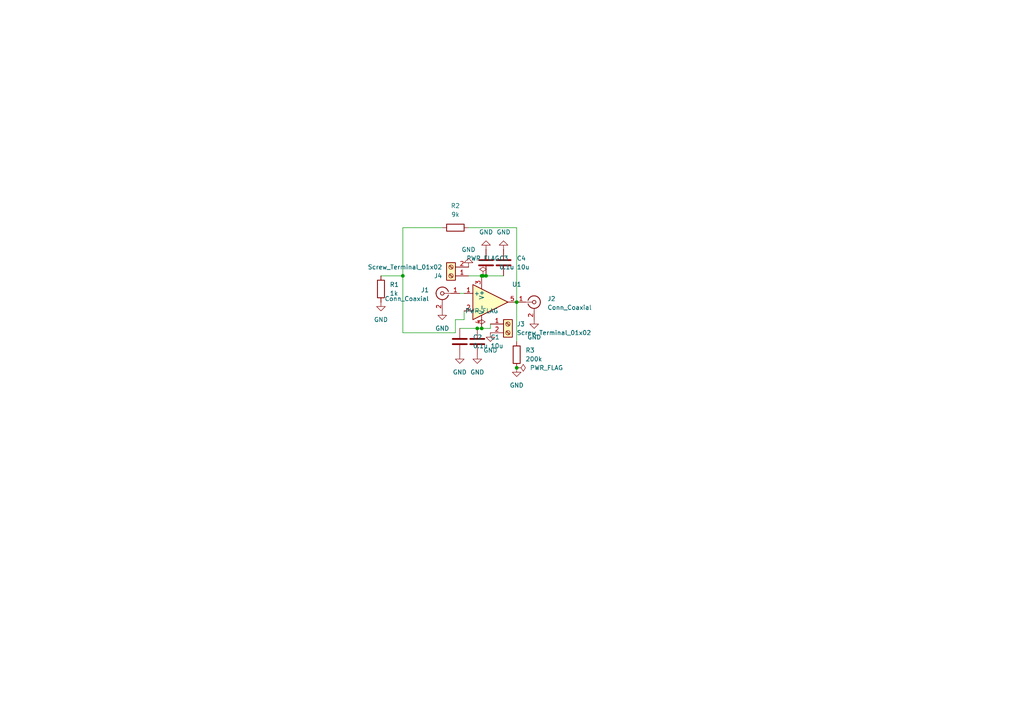
<source format=kicad_sch>
(kicad_sch
	(version 20250114)
	(generator "eeschema")
	(generator_version "9.0")
	(uuid "b3abd71d-b156-4997-a9a2-b04b5c9d27e6")
	(paper "A4")
	(lib_symbols
		(symbol "Connector:Conn_Coaxial"
			(pin_names
				(offset 1.016)
				(hide yes)
			)
			(exclude_from_sim no)
			(in_bom yes)
			(on_board yes)
			(property "Reference" "J"
				(at 0.254 3.048 0)
				(effects
					(font
						(size 1.27 1.27)
					)
				)
			)
			(property "Value" "Conn_Coaxial"
				(at 2.921 0 90)
				(effects
					(font
						(size 1.27 1.27)
					)
				)
			)
			(property "Footprint" ""
				(at 0 0 0)
				(effects
					(font
						(size 1.27 1.27)
					)
					(hide yes)
				)
			)
			(property "Datasheet" "~"
				(at 0 0 0)
				(effects
					(font
						(size 1.27 1.27)
					)
					(hide yes)
				)
			)
			(property "Description" "coaxial connector (BNC, SMA, SMB, SMC, Cinch/RCA, LEMO, ...)"
				(at 0 0 0)
				(effects
					(font
						(size 1.27 1.27)
					)
					(hide yes)
				)
			)
			(property "ki_keywords" "BNC SMA SMB SMC LEMO coaxial connector CINCH RCA MCX MMCX U.FL UMRF"
				(at 0 0 0)
				(effects
					(font
						(size 1.27 1.27)
					)
					(hide yes)
				)
			)
			(property "ki_fp_filters" "*BNC* *SMA* *SMB* *SMC* *Cinch* *LEMO* *UMRF* *MCX* *U.FL*"
				(at 0 0 0)
				(effects
					(font
						(size 1.27 1.27)
					)
					(hide yes)
				)
			)
			(symbol "Conn_Coaxial_0_1"
				(polyline
					(pts
						(xy -2.54 0) (xy -0.508 0)
					)
					(stroke
						(width 0)
						(type default)
					)
					(fill
						(type none)
					)
				)
				(arc
					(start 1.778 0)
					(mid 0.222 -1.8079)
					(end -1.778 -0.508)
					(stroke
						(width 0.254)
						(type default)
					)
					(fill
						(type none)
					)
				)
				(arc
					(start -1.778 0.508)
					(mid 0.2221 1.8084)
					(end 1.778 0)
					(stroke
						(width 0.254)
						(type default)
					)
					(fill
						(type none)
					)
				)
				(circle
					(center 0 0)
					(radius 0.508)
					(stroke
						(width 0.2032)
						(type default)
					)
					(fill
						(type none)
					)
				)
				(polyline
					(pts
						(xy 0 -2.54) (xy 0 -1.778)
					)
					(stroke
						(width 0)
						(type default)
					)
					(fill
						(type none)
					)
				)
			)
			(symbol "Conn_Coaxial_1_1"
				(pin passive line
					(at -5.08 0 0)
					(length 2.54)
					(name "In"
						(effects
							(font
								(size 1.27 1.27)
							)
						)
					)
					(number "1"
						(effects
							(font
								(size 1.27 1.27)
							)
						)
					)
				)
				(pin passive line
					(at 0 -5.08 90)
					(length 2.54)
					(name "Ext"
						(effects
							(font
								(size 1.27 1.27)
							)
						)
					)
					(number "2"
						(effects
							(font
								(size 1.27 1.27)
							)
						)
					)
				)
			)
			(embedded_fonts no)
		)
		(symbol "Connector:Screw_Terminal_01x02"
			(pin_names
				(offset 1.016)
				(hide yes)
			)
			(exclude_from_sim no)
			(in_bom yes)
			(on_board yes)
			(property "Reference" "J"
				(at 0 2.54 0)
				(effects
					(font
						(size 1.27 1.27)
					)
				)
			)
			(property "Value" "Screw_Terminal_01x02"
				(at 0 -5.08 0)
				(effects
					(font
						(size 1.27 1.27)
					)
				)
			)
			(property "Footprint" ""
				(at 0 0 0)
				(effects
					(font
						(size 1.27 1.27)
					)
					(hide yes)
				)
			)
			(property "Datasheet" "~"
				(at 0 0 0)
				(effects
					(font
						(size 1.27 1.27)
					)
					(hide yes)
				)
			)
			(property "Description" "Generic screw terminal, single row, 01x02, script generated (kicad-library-utils/schlib/autogen/connector/)"
				(at 0 0 0)
				(effects
					(font
						(size 1.27 1.27)
					)
					(hide yes)
				)
			)
			(property "ki_keywords" "screw terminal"
				(at 0 0 0)
				(effects
					(font
						(size 1.27 1.27)
					)
					(hide yes)
				)
			)
			(property "ki_fp_filters" "TerminalBlock*:*"
				(at 0 0 0)
				(effects
					(font
						(size 1.27 1.27)
					)
					(hide yes)
				)
			)
			(symbol "Screw_Terminal_01x02_1_1"
				(rectangle
					(start -1.27 1.27)
					(end 1.27 -3.81)
					(stroke
						(width 0.254)
						(type default)
					)
					(fill
						(type background)
					)
				)
				(polyline
					(pts
						(xy -0.5334 0.3302) (xy 0.3302 -0.508)
					)
					(stroke
						(width 0.1524)
						(type default)
					)
					(fill
						(type none)
					)
				)
				(polyline
					(pts
						(xy -0.5334 -2.2098) (xy 0.3302 -3.048)
					)
					(stroke
						(width 0.1524)
						(type default)
					)
					(fill
						(type none)
					)
				)
				(polyline
					(pts
						(xy -0.3556 0.508) (xy 0.508 -0.3302)
					)
					(stroke
						(width 0.1524)
						(type default)
					)
					(fill
						(type none)
					)
				)
				(polyline
					(pts
						(xy -0.3556 -2.032) (xy 0.508 -2.8702)
					)
					(stroke
						(width 0.1524)
						(type default)
					)
					(fill
						(type none)
					)
				)
				(circle
					(center 0 0)
					(radius 0.635)
					(stroke
						(width 0.1524)
						(type default)
					)
					(fill
						(type none)
					)
				)
				(circle
					(center 0 -2.54)
					(radius 0.635)
					(stroke
						(width 0.1524)
						(type default)
					)
					(fill
						(type none)
					)
				)
				(pin passive line
					(at -5.08 0 0)
					(length 3.81)
					(name "Pin_1"
						(effects
							(font
								(size 1.27 1.27)
							)
						)
					)
					(number "1"
						(effects
							(font
								(size 1.27 1.27)
							)
						)
					)
				)
				(pin passive line
					(at -5.08 -2.54 0)
					(length 3.81)
					(name "Pin_2"
						(effects
							(font
								(size 1.27 1.27)
							)
						)
					)
					(number "2"
						(effects
							(font
								(size 1.27 1.27)
							)
						)
					)
				)
			)
			(embedded_fonts no)
		)
		(symbol "Device:C"
			(pin_numbers
				(hide yes)
			)
			(pin_names
				(offset 0.254)
			)
			(exclude_from_sim no)
			(in_bom yes)
			(on_board yes)
			(property "Reference" "C"
				(at 0.635 2.54 0)
				(effects
					(font
						(size 1.27 1.27)
					)
					(justify left)
				)
			)
			(property "Value" "C"
				(at 0.635 -2.54 0)
				(effects
					(font
						(size 1.27 1.27)
					)
					(justify left)
				)
			)
			(property "Footprint" ""
				(at 0.9652 -3.81 0)
				(effects
					(font
						(size 1.27 1.27)
					)
					(hide yes)
				)
			)
			(property "Datasheet" "~"
				(at 0 0 0)
				(effects
					(font
						(size 1.27 1.27)
					)
					(hide yes)
				)
			)
			(property "Description" "Unpolarized capacitor"
				(at 0 0 0)
				(effects
					(font
						(size 1.27 1.27)
					)
					(hide yes)
				)
			)
			(property "ki_keywords" "cap capacitor"
				(at 0 0 0)
				(effects
					(font
						(size 1.27 1.27)
					)
					(hide yes)
				)
			)
			(property "ki_fp_filters" "C_*"
				(at 0 0 0)
				(effects
					(font
						(size 1.27 1.27)
					)
					(hide yes)
				)
			)
			(symbol "C_0_1"
				(polyline
					(pts
						(xy -2.032 0.762) (xy 2.032 0.762)
					)
					(stroke
						(width 0.508)
						(type default)
					)
					(fill
						(type none)
					)
				)
				(polyline
					(pts
						(xy -2.032 -0.762) (xy 2.032 -0.762)
					)
					(stroke
						(width 0.508)
						(type default)
					)
					(fill
						(type none)
					)
				)
			)
			(symbol "C_1_1"
				(pin passive line
					(at 0 3.81 270)
					(length 2.794)
					(name "~"
						(effects
							(font
								(size 1.27 1.27)
							)
						)
					)
					(number "1"
						(effects
							(font
								(size 1.27 1.27)
							)
						)
					)
				)
				(pin passive line
					(at 0 -3.81 90)
					(length 2.794)
					(name "~"
						(effects
							(font
								(size 1.27 1.27)
							)
						)
					)
					(number "2"
						(effects
							(font
								(size 1.27 1.27)
							)
						)
					)
				)
			)
			(embedded_fonts no)
		)
		(symbol "Device:R"
			(pin_numbers
				(hide yes)
			)
			(pin_names
				(offset 0)
			)
			(exclude_from_sim no)
			(in_bom yes)
			(on_board yes)
			(property "Reference" "R"
				(at 2.032 0 90)
				(effects
					(font
						(size 1.27 1.27)
					)
				)
			)
			(property "Value" "R"
				(at 0 0 90)
				(effects
					(font
						(size 1.27 1.27)
					)
				)
			)
			(property "Footprint" ""
				(at -1.778 0 90)
				(effects
					(font
						(size 1.27 1.27)
					)
					(hide yes)
				)
			)
			(property "Datasheet" "~"
				(at 0 0 0)
				(effects
					(font
						(size 1.27 1.27)
					)
					(hide yes)
				)
			)
			(property "Description" "Resistor"
				(at 0 0 0)
				(effects
					(font
						(size 1.27 1.27)
					)
					(hide yes)
				)
			)
			(property "ki_keywords" "R res resistor"
				(at 0 0 0)
				(effects
					(font
						(size 1.27 1.27)
					)
					(hide yes)
				)
			)
			(property "ki_fp_filters" "R_*"
				(at 0 0 0)
				(effects
					(font
						(size 1.27 1.27)
					)
					(hide yes)
				)
			)
			(symbol "R_0_1"
				(rectangle
					(start -1.016 -2.54)
					(end 1.016 2.54)
					(stroke
						(width 0.254)
						(type default)
					)
					(fill
						(type none)
					)
				)
			)
			(symbol "R_1_1"
				(pin passive line
					(at 0 3.81 270)
					(length 1.27)
					(name "~"
						(effects
							(font
								(size 1.27 1.27)
							)
						)
					)
					(number "1"
						(effects
							(font
								(size 1.27 1.27)
							)
						)
					)
				)
				(pin passive line
					(at 0 -3.81 90)
					(length 1.27)
					(name "~"
						(effects
							(font
								(size 1.27 1.27)
							)
						)
					)
					(number "2"
						(effects
							(font
								(size 1.27 1.27)
							)
						)
					)
				)
			)
			(embedded_fonts no)
		)
		(symbol "Simulation_SPICE:OPAMP"
			(pin_names
				(offset 0.254)
			)
			(exclude_from_sim no)
			(in_bom yes)
			(on_board yes)
			(property "Reference" "U"
				(at 3.81 3.175 0)
				(effects
					(font
						(size 1.27 1.27)
					)
					(justify left)
				)
			)
			(property "Value" "${SIM.PARAMS}"
				(at 3.81 -3.175 0)
				(effects
					(font
						(size 1.27 1.27)
					)
					(justify left)
				)
			)
			(property "Footprint" ""
				(at 0 0 0)
				(effects
					(font
						(size 1.27 1.27)
					)
					(hide yes)
				)
			)
			(property "Datasheet" "https://ngspice.sourceforge.io/docs/ngspice-html-manual/manual.xhtml#sec__SUBCKT_Subcircuits"
				(at 0 0 0)
				(effects
					(font
						(size 1.27 1.27)
					)
					(hide yes)
				)
			)
			(property "Description" "Operational amplifier, single"
				(at 0 0 0)
				(effects
					(font
						(size 1.27 1.27)
					)
					(hide yes)
				)
			)
			(property "Sim.Pins" "1=in+ 2=in- 3=vcc 4=vee 5=out"
				(at 0 0 0)
				(effects
					(font
						(size 1.27 1.27)
					)
					(hide yes)
				)
			)
			(property "Sim.Device" "SUBCKT"
				(at 0 0 0)
				(effects
					(font
						(size 1.27 1.27)
					)
					(justify left)
					(hide yes)
				)
			)
			(property "Sim.Library" "${KICAD9_SYMBOL_DIR}/Simulation_SPICE.sp"
				(at 0 0 0)
				(effects
					(font
						(size 1.27 1.27)
					)
					(hide yes)
				)
			)
			(property "Sim.Name" "kicad_builtin_opamp"
				(at 0 0 0)
				(effects
					(font
						(size 1.27 1.27)
					)
					(hide yes)
				)
			)
			(property "ki_keywords" "simulation"
				(at 0 0 0)
				(effects
					(font
						(size 1.27 1.27)
					)
					(hide yes)
				)
			)
			(symbol "OPAMP_0_1"
				(polyline
					(pts
						(xy 5.08 0) (xy -5.08 5.08) (xy -5.08 -5.08) (xy 5.08 0)
					)
					(stroke
						(width 0.254)
						(type default)
					)
					(fill
						(type background)
					)
				)
			)
			(symbol "OPAMP_1_1"
				(pin input line
					(at -7.62 2.54 0)
					(length 2.54)
					(name "+"
						(effects
							(font
								(size 1.27 1.27)
							)
						)
					)
					(number "1"
						(effects
							(font
								(size 1.27 1.27)
							)
						)
					)
				)
				(pin input line
					(at -7.62 -2.54 0)
					(length 2.54)
					(name "-"
						(effects
							(font
								(size 1.27 1.27)
							)
						)
					)
					(number "2"
						(effects
							(font
								(size 1.27 1.27)
							)
						)
					)
				)
				(pin power_in line
					(at -2.54 7.62 270)
					(length 3.81)
					(name "V+"
						(effects
							(font
								(size 1.27 1.27)
							)
						)
					)
					(number "3"
						(effects
							(font
								(size 1.27 1.27)
							)
						)
					)
				)
				(pin power_in line
					(at -2.54 -7.62 90)
					(length 3.81)
					(name "V-"
						(effects
							(font
								(size 1.27 1.27)
							)
						)
					)
					(number "4"
						(effects
							(font
								(size 1.27 1.27)
							)
						)
					)
				)
				(pin output line
					(at 7.62 0 180)
					(length 2.54)
					(name "~"
						(effects
							(font
								(size 1.27 1.27)
							)
						)
					)
					(number "5"
						(effects
							(font
								(size 1.27 1.27)
							)
						)
					)
				)
			)
			(embedded_fonts no)
		)
		(symbol "power:GND"
			(power)
			(pin_numbers
				(hide yes)
			)
			(pin_names
				(offset 0)
				(hide yes)
			)
			(exclude_from_sim no)
			(in_bom yes)
			(on_board yes)
			(property "Reference" "#PWR"
				(at 0 -6.35 0)
				(effects
					(font
						(size 1.27 1.27)
					)
					(hide yes)
				)
			)
			(property "Value" "GND"
				(at 0 -3.81 0)
				(effects
					(font
						(size 1.27 1.27)
					)
				)
			)
			(property "Footprint" ""
				(at 0 0 0)
				(effects
					(font
						(size 1.27 1.27)
					)
					(hide yes)
				)
			)
			(property "Datasheet" ""
				(at 0 0 0)
				(effects
					(font
						(size 1.27 1.27)
					)
					(hide yes)
				)
			)
			(property "Description" "Power symbol creates a global label with name \"GND\" , ground"
				(at 0 0 0)
				(effects
					(font
						(size 1.27 1.27)
					)
					(hide yes)
				)
			)
			(property "ki_keywords" "global power"
				(at 0 0 0)
				(effects
					(font
						(size 1.27 1.27)
					)
					(hide yes)
				)
			)
			(symbol "GND_0_1"
				(polyline
					(pts
						(xy 0 0) (xy 0 -1.27) (xy 1.27 -1.27) (xy 0 -2.54) (xy -1.27 -1.27) (xy 0 -1.27)
					)
					(stroke
						(width 0)
						(type default)
					)
					(fill
						(type none)
					)
				)
			)
			(symbol "GND_1_1"
				(pin power_in line
					(at 0 0 270)
					(length 0)
					(name "~"
						(effects
							(font
								(size 1.27 1.27)
							)
						)
					)
					(number "1"
						(effects
							(font
								(size 1.27 1.27)
							)
						)
					)
				)
			)
			(embedded_fonts no)
		)
		(symbol "power:PWR_FLAG"
			(power)
			(pin_numbers
				(hide yes)
			)
			(pin_names
				(offset 0)
				(hide yes)
			)
			(exclude_from_sim no)
			(in_bom yes)
			(on_board yes)
			(property "Reference" "#FLG"
				(at 0 1.905 0)
				(effects
					(font
						(size 1.27 1.27)
					)
					(hide yes)
				)
			)
			(property "Value" "PWR_FLAG"
				(at 0 3.81 0)
				(effects
					(font
						(size 1.27 1.27)
					)
				)
			)
			(property "Footprint" ""
				(at 0 0 0)
				(effects
					(font
						(size 1.27 1.27)
					)
					(hide yes)
				)
			)
			(property "Datasheet" "~"
				(at 0 0 0)
				(effects
					(font
						(size 1.27 1.27)
					)
					(hide yes)
				)
			)
			(property "Description" "Special symbol for telling ERC where power comes from"
				(at 0 0 0)
				(effects
					(font
						(size 1.27 1.27)
					)
					(hide yes)
				)
			)
			(property "ki_keywords" "flag power"
				(at 0 0 0)
				(effects
					(font
						(size 1.27 1.27)
					)
					(hide yes)
				)
			)
			(symbol "PWR_FLAG_0_0"
				(pin power_out line
					(at 0 0 90)
					(length 0)
					(name "~"
						(effects
							(font
								(size 1.27 1.27)
							)
						)
					)
					(number "1"
						(effects
							(font
								(size 1.27 1.27)
							)
						)
					)
				)
			)
			(symbol "PWR_FLAG_0_1"
				(polyline
					(pts
						(xy 0 0) (xy 0 1.27) (xy -1.016 1.905) (xy 0 2.54) (xy 1.016 1.905) (xy 0 1.27)
					)
					(stroke
						(width 0)
						(type default)
					)
					(fill
						(type none)
					)
				)
			)
			(embedded_fonts no)
		)
	)
	(junction
		(at 149.86 106.68)
		(diameter 0)
		(color 0 0 0 0)
		(uuid "0a13f273-29aa-435f-a79f-b473c0350ed3")
	)
	(junction
		(at 149.86 87.63)
		(diameter 0)
		(color 0 0 0 0)
		(uuid "0d5535cf-ec31-4e3c-beb8-6259833d3894")
	)
	(junction
		(at 139.7 95.25)
		(diameter 0)
		(color 0 0 0 0)
		(uuid "44c6091d-8f86-4d52-a9d0-91c26f0fc003")
	)
	(junction
		(at 116.84 80.01)
		(diameter 0)
		(color 0 0 0 0)
		(uuid "5f884b15-08c5-49b9-8eb3-858f62f4c6d0")
	)
	(junction
		(at 140.0961 80.01)
		(diameter 0)
		(color 0 0 0 0)
		(uuid "911192f5-c7cf-410f-8dc9-ac0d471197ed")
	)
	(junction
		(at 139.7 80.01)
		(diameter 0)
		(color 0 0 0 0)
		(uuid "9b268396-03fe-40f1-965d-0ce014b681d3")
	)
	(junction
		(at 140.97 80.01)
		(diameter 0)
		(color 0 0 0 0)
		(uuid "ea292d51-76ca-4ea8-8e29-a3a0d09d63b2")
	)
	(junction
		(at 138.43 95.25)
		(diameter 0)
		(color 0 0 0 0)
		(uuid "ec756a52-5855-4fe3-a58f-cec9f1fbf9fe")
	)
	(wire
		(pts
			(xy 149.86 87.63) (xy 149.86 99.06)
		)
		(stroke
			(width 0)
			(type default)
		)
		(uuid "32491e09-885e-4c78-88ad-2ddc7c46b791")
	)
	(wire
		(pts
			(xy 134.62 92.71) (xy 134.62 90.17)
		)
		(stroke
			(width 0)
			(type default)
		)
		(uuid "3ca7058b-295f-4a75-9bf7-db4815f071ce")
	)
	(wire
		(pts
			(xy 139.7 95.25) (xy 138.43 95.25)
		)
		(stroke
			(width 0)
			(type default)
		)
		(uuid "4461fb9e-0510-4747-81d1-d33972122111")
	)
	(wire
		(pts
			(xy 116.84 96.52) (xy 132.08 96.52)
		)
		(stroke
			(width 0)
			(type default)
		)
		(uuid "69092fa1-781d-4d26-a3f8-66ea6ff46dee")
	)
	(wire
		(pts
			(xy 142.24 95.25) (xy 142.24 93.98)
		)
		(stroke
			(width 0)
			(type default)
		)
		(uuid "6989a69c-d4f1-437a-8891-f8eb7ce194d1")
	)
	(wire
		(pts
			(xy 116.84 80.01) (xy 116.84 66.04)
		)
		(stroke
			(width 0)
			(type default)
		)
		(uuid "6ae0f7f1-0e8a-48a1-a93f-78b0e6554c02")
	)
	(wire
		(pts
			(xy 132.08 92.71) (xy 134.62 92.71)
		)
		(stroke
			(width 0)
			(type default)
		)
		(uuid "6b186f56-0e00-4052-a3dd-c672e4e1c6ac")
	)
	(wire
		(pts
			(xy 139.7 80.01) (xy 140.0961 80.01)
		)
		(stroke
			(width 0)
			(type default)
		)
		(uuid "736e3b34-047c-4158-aad3-1fa9bfdc308f")
	)
	(wire
		(pts
			(xy 140.0961 80.01) (xy 140.97 80.01)
		)
		(stroke
			(width 0)
			(type default)
		)
		(uuid "91560e09-fc3a-44be-88ed-b0364b7546df")
	)
	(wire
		(pts
			(xy 116.84 66.04) (xy 128.27 66.04)
		)
		(stroke
			(width 0)
			(type default)
		)
		(uuid "92036755-cb01-4a5c-a3f1-e3b5547943a2")
	)
	(wire
		(pts
			(xy 110.49 80.01) (xy 116.84 80.01)
		)
		(stroke
			(width 0)
			(type default)
		)
		(uuid "952af49e-7f7c-48b1-a609-7b9cfaf9379a")
	)
	(wire
		(pts
			(xy 140.97 80.01) (xy 146.05 80.01)
		)
		(stroke
			(width 0)
			(type default)
		)
		(uuid "9c18c2be-5f60-4108-be54-0d9504314843")
	)
	(wire
		(pts
			(xy 133.35 85.09) (xy 134.62 85.09)
		)
		(stroke
			(width 0)
			(type default)
		)
		(uuid "a072c0da-694c-47c8-a4a3-0e436cd0439e")
	)
	(wire
		(pts
			(xy 116.84 80.01) (xy 116.84 96.52)
		)
		(stroke
			(width 0)
			(type default)
		)
		(uuid "a21f5db8-a498-442b-b4fc-0f870b430364")
	)
	(wire
		(pts
			(xy 135.89 66.04) (xy 149.86 66.04)
		)
		(stroke
			(width 0)
			(type default)
		)
		(uuid "ab7d7da7-02dc-4fc1-9b20-661c11b5a764")
	)
	(wire
		(pts
			(xy 149.86 66.04) (xy 149.86 87.63)
		)
		(stroke
			(width 0)
			(type default)
		)
		(uuid "c42337bf-8025-49a1-88b8-f55967ebe18e")
	)
	(wire
		(pts
			(xy 135.89 80.01) (xy 139.7 80.01)
		)
		(stroke
			(width 0)
			(type default)
		)
		(uuid "cf5329f6-bcde-43e7-9cbe-8d41631d4868")
	)
	(wire
		(pts
			(xy 139.7 95.25) (xy 142.24 95.25)
		)
		(stroke
			(width 0)
			(type default)
		)
		(uuid "cf5e93e2-a34c-4f72-bb0f-1c7b61a11535")
	)
	(wire
		(pts
			(xy 133.35 95.25) (xy 138.43 95.25)
		)
		(stroke
			(width 0)
			(type default)
		)
		(uuid "dc36310d-8cb9-45a7-8077-d983c60b22b3")
	)
	(wire
		(pts
			(xy 132.08 96.52) (xy 132.08 92.71)
		)
		(stroke
			(width 0)
			(type default)
		)
		(uuid "ed7609a7-f128-4148-ae5f-7fa909c090c2")
	)
	(symbol
		(lib_id "power:GND")
		(at 154.94 92.71 0)
		(unit 1)
		(exclude_from_sim no)
		(in_bom yes)
		(on_board yes)
		(dnp no)
		(fields_autoplaced yes)
		(uuid "048b43ed-f526-4ab4-8686-7504841082d8")
		(property "Reference" "#PWR07"
			(at 154.94 99.06 0)
			(effects
				(font
					(size 1.27 1.27)
				)
				(hide yes)
			)
		)
		(property "Value" "GND"
			(at 154.94 97.79 0)
			(effects
				(font
					(size 1.27 1.27)
				)
			)
		)
		(property "Footprint" ""
			(at 154.94 92.71 0)
			(effects
				(font
					(size 1.27 1.27)
				)
				(hide yes)
			)
		)
		(property "Datasheet" ""
			(at 154.94 92.71 0)
			(effects
				(font
					(size 1.27 1.27)
				)
				(hide yes)
			)
		)
		(property "Description" "Power symbol creates a global label with name \"GND\" , ground"
			(at 154.94 92.71 0)
			(effects
				(font
					(size 1.27 1.27)
				)
				(hide yes)
			)
		)
		(pin "1"
			(uuid "45532e21-9af5-4374-9988-e8b179880457")
		)
		(instances
			(project "OpAMP"
				(path "/b3abd71d-b156-4997-a9a2-b04b5c9d27e6"
					(reference "#PWR07")
					(unit 1)
				)
			)
		)
	)
	(symbol
		(lib_id "power:GND")
		(at 110.49 87.63 0)
		(unit 1)
		(exclude_from_sim no)
		(in_bom yes)
		(on_board yes)
		(dnp no)
		(fields_autoplaced yes)
		(uuid "04e1f266-6e49-4cb9-ba0d-3d36e716bcd4")
		(property "Reference" "#PWR03"
			(at 110.49 93.98 0)
			(effects
				(font
					(size 1.27 1.27)
				)
				(hide yes)
			)
		)
		(property "Value" "GND"
			(at 110.49 92.71 0)
			(effects
				(font
					(size 1.27 1.27)
				)
			)
		)
		(property "Footprint" ""
			(at 110.49 87.63 0)
			(effects
				(font
					(size 1.27 1.27)
				)
				(hide yes)
			)
		)
		(property "Datasheet" ""
			(at 110.49 87.63 0)
			(effects
				(font
					(size 1.27 1.27)
				)
				(hide yes)
			)
		)
		(property "Description" "Power symbol creates a global label with name \"GND\" , ground"
			(at 110.49 87.63 0)
			(effects
				(font
					(size 1.27 1.27)
				)
				(hide yes)
			)
		)
		(pin "1"
			(uuid "1bc7df79-9370-4f7e-ab81-3cf5445fde8d")
		)
		(instances
			(project ""
				(path "/b3abd71d-b156-4997-a9a2-b04b5c9d27e6"
					(reference "#PWR03")
					(unit 1)
				)
			)
		)
	)
	(symbol
		(lib_id "Connector:Conn_Coaxial")
		(at 154.94 87.63 0)
		(unit 1)
		(exclude_from_sim no)
		(in_bom yes)
		(on_board yes)
		(dnp no)
		(fields_autoplaced yes)
		(uuid "0765f907-68e1-4c77-9a94-7c0deedd9e63")
		(property "Reference" "J2"
			(at 158.75 86.6531 0)
			(effects
				(font
					(size 1.27 1.27)
				)
				(justify left)
			)
		)
		(property "Value" "Conn_Coaxial"
			(at 158.75 89.1931 0)
			(effects
				(font
					(size 1.27 1.27)
				)
				(justify left)
			)
		)
		(property "Footprint" "Connector_Coaxial:SMA_Amphenol_132289_EdgeMount"
			(at 154.94 87.63 0)
			(effects
				(font
					(size 1.27 1.27)
				)
				(hide yes)
			)
		)
		(property "Datasheet" "~"
			(at 154.94 87.63 0)
			(effects
				(font
					(size 1.27 1.27)
				)
				(hide yes)
			)
		)
		(property "Description" "coaxial connector (BNC, SMA, SMB, SMC, Cinch/RCA, LEMO, ...)"
			(at 154.94 87.63 0)
			(effects
				(font
					(size 1.27 1.27)
				)
				(hide yes)
			)
		)
		(pin "2"
			(uuid "ec745cea-3c21-4b20-a76d-2796773e15a7")
		)
		(pin "1"
			(uuid "c987e589-486f-4194-8dea-35f20213d125")
		)
		(instances
			(project ""
				(path "/b3abd71d-b156-4997-a9a2-b04b5c9d27e6"
					(reference "J2")
					(unit 1)
				)
			)
		)
	)
	(symbol
		(lib_id "power:GND")
		(at 128.27 90.17 0)
		(unit 1)
		(exclude_from_sim no)
		(in_bom yes)
		(on_board yes)
		(dnp no)
		(fields_autoplaced yes)
		(uuid "08eadd2d-d75a-4b47-89e0-25d00fcc73ae")
		(property "Reference" "#PWR02"
			(at 128.27 96.52 0)
			(effects
				(font
					(size 1.27 1.27)
				)
				(hide yes)
			)
		)
		(property "Value" "GND"
			(at 128.27 95.25 0)
			(effects
				(font
					(size 1.27 1.27)
				)
			)
		)
		(property "Footprint" ""
			(at 128.27 90.17 0)
			(effects
				(font
					(size 1.27 1.27)
				)
				(hide yes)
			)
		)
		(property "Datasheet" ""
			(at 128.27 90.17 0)
			(effects
				(font
					(size 1.27 1.27)
				)
				(hide yes)
			)
		)
		(property "Description" "Power symbol creates a global label with name \"GND\" , ground"
			(at 128.27 90.17 0)
			(effects
				(font
					(size 1.27 1.27)
				)
				(hide yes)
			)
		)
		(pin "1"
			(uuid "21bfa6cd-a107-43ba-8d50-e3d3f339674b")
		)
		(instances
			(project ""
				(path "/b3abd71d-b156-4997-a9a2-b04b5c9d27e6"
					(reference "#PWR02")
					(unit 1)
				)
			)
		)
	)
	(symbol
		(lib_id "Device:R")
		(at 110.49 83.82 0)
		(unit 1)
		(exclude_from_sim no)
		(in_bom yes)
		(on_board yes)
		(dnp no)
		(fields_autoplaced yes)
		(uuid "0c56cff3-3c38-4f56-bfea-32ad868093d7")
		(property "Reference" "R1"
			(at 113.03 82.5499 0)
			(effects
				(font
					(size 1.27 1.27)
				)
				(justify left)
			)
		)
		(property "Value" "1k"
			(at 113.03 85.0899 0)
			(effects
				(font
					(size 1.27 1.27)
				)
				(justify left)
			)
		)
		(property "Footprint" "Resistor_SMD:R_0805_2012Metric"
			(at 108.712 83.82 90)
			(effects
				(font
					(size 1.27 1.27)
				)
				(hide yes)
			)
		)
		(property "Datasheet" "~"
			(at 110.49 83.82 0)
			(effects
				(font
					(size 1.27 1.27)
				)
				(hide yes)
			)
		)
		(property "Description" "Resistor"
			(at 110.49 83.82 0)
			(effects
				(font
					(size 1.27 1.27)
				)
				(hide yes)
			)
		)
		(pin "2"
			(uuid "5170b231-3d7a-4991-9fe9-4ed4578e479a")
		)
		(pin "1"
			(uuid "23b4816a-38b8-4f2c-948f-ed4065f3693e")
		)
		(instances
			(project ""
				(path "/b3abd71d-b156-4997-a9a2-b04b5c9d27e6"
					(reference "R1")
					(unit 1)
				)
			)
		)
	)
	(symbol
		(lib_id "power:GND")
		(at 133.35 102.87 0)
		(unit 1)
		(exclude_from_sim no)
		(in_bom yes)
		(on_board yes)
		(dnp no)
		(fields_autoplaced yes)
		(uuid "227db72f-3dee-44c0-b05e-8f787cbb1b8e")
		(property "Reference" "#PWR04"
			(at 133.35 109.22 0)
			(effects
				(font
					(size 1.27 1.27)
				)
				(hide yes)
			)
		)
		(property "Value" "GND"
			(at 133.35 107.95 0)
			(effects
				(font
					(size 1.27 1.27)
				)
			)
		)
		(property "Footprint" ""
			(at 133.35 102.87 0)
			(effects
				(font
					(size 1.27 1.27)
				)
				(hide yes)
			)
		)
		(property "Datasheet" ""
			(at 133.35 102.87 0)
			(effects
				(font
					(size 1.27 1.27)
				)
				(hide yes)
			)
		)
		(property "Description" "Power symbol creates a global label with name \"GND\" , ground"
			(at 133.35 102.87 0)
			(effects
				(font
					(size 1.27 1.27)
				)
				(hide yes)
			)
		)
		(pin "1"
			(uuid "7cbf1e56-5558-4783-8b79-1189c5fe2412")
		)
		(instances
			(project ""
				(path "/b3abd71d-b156-4997-a9a2-b04b5c9d27e6"
					(reference "#PWR04")
					(unit 1)
				)
			)
		)
	)
	(symbol
		(lib_id "Connector:Conn_Coaxial")
		(at 128.27 85.09 0)
		(mirror y)
		(unit 1)
		(exclude_from_sim no)
		(in_bom yes)
		(on_board yes)
		(dnp no)
		(uuid "241a9cd5-84f4-4afa-96c3-aaeff37a9fb1")
		(property "Reference" "J1"
			(at 124.46 84.1131 0)
			(effects
				(font
					(size 1.27 1.27)
				)
				(justify left)
			)
		)
		(property "Value" "Conn_Coaxial"
			(at 124.46 86.6531 0)
			(effects
				(font
					(size 1.27 1.27)
				)
				(justify left)
			)
		)
		(property "Footprint" "Connector_Coaxial:SMA_Amphenol_132289_EdgeMount"
			(at 128.27 85.09 0)
			(effects
				(font
					(size 1.27 1.27)
				)
				(hide yes)
			)
		)
		(property "Datasheet" "~"
			(at 128.27 85.09 0)
			(effects
				(font
					(size 1.27 1.27)
				)
				(hide yes)
			)
		)
		(property "Description" "coaxial connector (BNC, SMA, SMB, SMC, Cinch/RCA, LEMO, ...)"
			(at 128.27 85.09 0)
			(effects
				(font
					(size 1.27 1.27)
				)
				(hide yes)
			)
		)
		(pin "2"
			(uuid "dde8629f-92c6-4f7c-b3ee-4d86ce5fe786")
		)
		(pin "1"
			(uuid "ac83f137-559e-4dbb-b8c3-efd56e32419e")
		)
		(instances
			(project ""
				(path "/b3abd71d-b156-4997-a9a2-b04b5c9d27e6"
					(reference "J1")
					(unit 1)
				)
			)
		)
	)
	(symbol
		(lib_id "Device:C")
		(at 138.43 99.06 0)
		(unit 1)
		(exclude_from_sim no)
		(in_bom yes)
		(on_board yes)
		(dnp no)
		(fields_autoplaced yes)
		(uuid "36b3351f-0288-41ab-9c37-f2424c348f50")
		(property "Reference" "C1"
			(at 142.24 97.7899 0)
			(effects
				(font
					(size 1.27 1.27)
				)
				(justify left)
			)
		)
		(property "Value" "10u"
			(at 142.24 100.3299 0)
			(effects
				(font
					(size 1.27 1.27)
				)
				(justify left)
			)
		)
		(property "Footprint" "Capacitor_Tantalum_SMD:CP_EIA-3528-21_Kemet-B"
			(at 139.3952 102.87 0)
			(effects
				(font
					(size 1.27 1.27)
				)
				(hide yes)
			)
		)
		(property "Datasheet" "~"
			(at 138.43 99.06 0)
			(effects
				(font
					(size 1.27 1.27)
				)
				(hide yes)
			)
		)
		(property "Description" "Unpolarized capacitor"
			(at 138.43 99.06 0)
			(effects
				(font
					(size 1.27 1.27)
				)
				(hide yes)
			)
		)
		(pin "1"
			(uuid "c1d06c7e-8df9-4253-a515-c1efde461457")
		)
		(pin "2"
			(uuid "d1fb1a3b-a120-4563-8ced-8a4bff1dc360")
		)
		(instances
			(project ""
				(path "/b3abd71d-b156-4997-a9a2-b04b5c9d27e6"
					(reference "C1")
					(unit 1)
				)
			)
		)
	)
	(symbol
		(lib_id "power:PWR_FLAG")
		(at 139.7 95.25 0)
		(unit 1)
		(exclude_from_sim no)
		(in_bom yes)
		(on_board yes)
		(dnp no)
		(fields_autoplaced yes)
		(uuid "3af0e0db-415a-407b-a636-ba380f7e2d0f")
		(property "Reference" "#FLG04"
			(at 139.7 93.345 0)
			(effects
				(font
					(size 1.27 1.27)
				)
				(hide yes)
			)
		)
		(property "Value" "PWR_FLAG"
			(at 139.7 90.17 0)
			(effects
				(font
					(size 1.27 1.27)
				)
			)
		)
		(property "Footprint" ""
			(at 139.7 95.25 0)
			(effects
				(font
					(size 1.27 1.27)
				)
				(hide yes)
			)
		)
		(property "Datasheet" "~"
			(at 139.7 95.25 0)
			(effects
				(font
					(size 1.27 1.27)
				)
				(hide yes)
			)
		)
		(property "Description" "Special symbol for telling ERC where power comes from"
			(at 139.7 95.25 0)
			(effects
				(font
					(size 1.27 1.27)
				)
				(hide yes)
			)
		)
		(pin "1"
			(uuid "8b25bcfd-862b-4fec-96a4-071a5b550a33")
		)
		(instances
			(project "OpAMP"
				(path "/b3abd71d-b156-4997-a9a2-b04b5c9d27e6"
					(reference "#FLG04")
					(unit 1)
				)
			)
		)
	)
	(symbol
		(lib_id "power:PWR_FLAG")
		(at 149.86 106.68 270)
		(unit 1)
		(exclude_from_sim no)
		(in_bom yes)
		(on_board yes)
		(dnp no)
		(fields_autoplaced yes)
		(uuid "43e5f82a-87d1-4fbb-a318-8236e246c8d6")
		(property "Reference" "#FLG01"
			(at 151.765 106.68 0)
			(effects
				(font
					(size 1.27 1.27)
				)
				(hide yes)
			)
		)
		(property "Value" "PWR_FLAG"
			(at 153.67 106.6799 90)
			(effects
				(font
					(size 1.27 1.27)
				)
				(justify left)
			)
		)
		(property "Footprint" ""
			(at 149.86 106.68 0)
			(effects
				(font
					(size 1.27 1.27)
				)
				(hide yes)
			)
		)
		(property "Datasheet" "~"
			(at 149.86 106.68 0)
			(effects
				(font
					(size 1.27 1.27)
				)
				(hide yes)
			)
		)
		(property "Description" "Special symbol for telling ERC where power comes from"
			(at 149.86 106.68 0)
			(effects
				(font
					(size 1.27 1.27)
				)
				(hide yes)
			)
		)
		(pin "1"
			(uuid "d2dec0f7-9501-4522-a3e1-6268f761cc00")
		)
		(instances
			(project ""
				(path "/b3abd71d-b156-4997-a9a2-b04b5c9d27e6"
					(reference "#FLG01")
					(unit 1)
				)
			)
		)
	)
	(symbol
		(lib_id "Connector:Screw_Terminal_01x02")
		(at 130.81 80.01 180)
		(unit 1)
		(exclude_from_sim no)
		(in_bom yes)
		(on_board yes)
		(dnp no)
		(uuid "4a040b58-748a-43a8-a0f9-4c62ffb52028")
		(property "Reference" "J4"
			(at 128.27 80.0101 0)
			(effects
				(font
					(size 1.27 1.27)
				)
				(justify left)
			)
		)
		(property "Value" "Screw_Terminal_01x02"
			(at 128.27 77.4701 0)
			(effects
				(font
					(size 1.27 1.27)
				)
				(justify left)
			)
		)
		(property "Footprint" "TerminalBlock:TerminalBlock_MaiXu_MX126-5.0-03P_1x03_P5.00mm"
			(at 130.81 80.01 0)
			(effects
				(font
					(size 1.27 1.27)
				)
				(hide yes)
			)
		)
		(property "Datasheet" "~"
			(at 130.81 80.01 0)
			(effects
				(font
					(size 1.27 1.27)
				)
				(hide yes)
			)
		)
		(property "Description" "Generic screw terminal, single row, 01x02, script generated (kicad-library-utils/schlib/autogen/connector/)"
			(at 130.81 80.01 0)
			(effects
				(font
					(size 1.27 1.27)
				)
				(hide yes)
			)
		)
		(pin "1"
			(uuid "798872ab-78d1-463c-a644-263c4481f96b")
		)
		(pin "2"
			(uuid "69e1315f-1fae-43e8-b10a-caa23e23c5b1")
		)
		(instances
			(project "OpAMP"
				(path "/b3abd71d-b156-4997-a9a2-b04b5c9d27e6"
					(reference "J4")
					(unit 1)
				)
			)
		)
	)
	(symbol
		(lib_id "Device:R")
		(at 132.08 66.04 270)
		(unit 1)
		(exclude_from_sim no)
		(in_bom yes)
		(on_board yes)
		(dnp no)
		(fields_autoplaced yes)
		(uuid "61bf8466-0d75-4d47-9f03-f9dedb65e9aa")
		(property "Reference" "R2"
			(at 132.08 59.69 90)
			(effects
				(font
					(size 1.27 1.27)
				)
			)
		)
		(property "Value" "9k"
			(at 132.08 62.23 90)
			(effects
				(font
					(size 1.27 1.27)
				)
			)
		)
		(property "Footprint" "Resistor_SMD:R_0805_2012Metric"
			(at 132.08 64.262 90)
			(effects
				(font
					(size 1.27 1.27)
				)
				(hide yes)
			)
		)
		(property "Datasheet" "~"
			(at 132.08 66.04 0)
			(effects
				(font
					(size 1.27 1.27)
				)
				(hide yes)
			)
		)
		(property "Description" "Resistor"
			(at 132.08 66.04 0)
			(effects
				(font
					(size 1.27 1.27)
				)
				(hide yes)
			)
		)
		(pin "2"
			(uuid "56c8046f-89bc-4c39-ab8e-93239271036c")
		)
		(pin "1"
			(uuid "09ef02bb-6581-432a-b24d-c0626505beea")
		)
		(instances
			(project ""
				(path "/b3abd71d-b156-4997-a9a2-b04b5c9d27e6"
					(reference "R2")
					(unit 1)
				)
			)
		)
	)
	(symbol
		(lib_id "Device:C")
		(at 133.35 99.06 0)
		(unit 1)
		(exclude_from_sim no)
		(in_bom yes)
		(on_board yes)
		(dnp no)
		(fields_autoplaced yes)
		(uuid "64665d37-3f4b-44d6-b477-1fd12d891265")
		(property "Reference" "C2"
			(at 137.16 97.7899 0)
			(effects
				(font
					(size 1.27 1.27)
				)
				(justify left)
			)
		)
		(property "Value" "0.1u"
			(at 137.16 100.3299 0)
			(effects
				(font
					(size 1.27 1.27)
				)
				(justify left)
			)
		)
		(property "Footprint" "Capacitor_SMD:C_0805_2012Metric"
			(at 134.3152 102.87 0)
			(effects
				(font
					(size 1.27 1.27)
				)
				(hide yes)
			)
		)
		(property "Datasheet" "~"
			(at 133.35 99.06 0)
			(effects
				(font
					(size 1.27 1.27)
				)
				(hide yes)
			)
		)
		(property "Description" "Unpolarized capacitor"
			(at 133.35 99.06 0)
			(effects
				(font
					(size 1.27 1.27)
				)
				(hide yes)
			)
		)
		(pin "1"
			(uuid "c83d532e-df3c-4ca0-bb9e-3acd1b976182")
		)
		(pin "2"
			(uuid "86e78d2f-08be-45ba-9ef2-7ff442ff5552")
		)
		(instances
			(project ""
				(path "/b3abd71d-b156-4997-a9a2-b04b5c9d27e6"
					(reference "C2")
					(unit 1)
				)
			)
		)
	)
	(symbol
		(lib_id "power:GND")
		(at 138.43 102.87 0)
		(unit 1)
		(exclude_from_sim no)
		(in_bom yes)
		(on_board yes)
		(dnp no)
		(fields_autoplaced yes)
		(uuid "67c5ca08-ab11-4849-8eab-007e13788c5c")
		(property "Reference" "#PWR05"
			(at 138.43 109.22 0)
			(effects
				(font
					(size 1.27 1.27)
				)
				(hide yes)
			)
		)
		(property "Value" "GND"
			(at 138.43 107.95 0)
			(effects
				(font
					(size 1.27 1.27)
				)
			)
		)
		(property "Footprint" ""
			(at 138.43 102.87 0)
			(effects
				(font
					(size 1.27 1.27)
				)
				(hide yes)
			)
		)
		(property "Datasheet" ""
			(at 138.43 102.87 0)
			(effects
				(font
					(size 1.27 1.27)
				)
				(hide yes)
			)
		)
		(property "Description" "Power symbol creates a global label with name \"GND\" , ground"
			(at 138.43 102.87 0)
			(effects
				(font
					(size 1.27 1.27)
				)
				(hide yes)
			)
		)
		(pin "1"
			(uuid "e7537e59-fcff-4fb0-877a-735fb32df08f")
		)
		(instances
			(project "OpAMP"
				(path "/b3abd71d-b156-4997-a9a2-b04b5c9d27e6"
					(reference "#PWR05")
					(unit 1)
				)
			)
		)
	)
	(symbol
		(lib_id "power:GND")
		(at 149.86 106.68 0)
		(unit 1)
		(exclude_from_sim no)
		(in_bom yes)
		(on_board yes)
		(dnp no)
		(fields_autoplaced yes)
		(uuid "698e252b-18ee-4981-9ef4-d1273922a487")
		(property "Reference" "#PWR01"
			(at 149.86 113.03 0)
			(effects
				(font
					(size 1.27 1.27)
				)
				(hide yes)
			)
		)
		(property "Value" "GND"
			(at 149.86 111.76 0)
			(effects
				(font
					(size 1.27 1.27)
				)
			)
		)
		(property "Footprint" ""
			(at 149.86 106.68 0)
			(effects
				(font
					(size 1.27 1.27)
				)
				(hide yes)
			)
		)
		(property "Datasheet" ""
			(at 149.86 106.68 0)
			(effects
				(font
					(size 1.27 1.27)
				)
				(hide yes)
			)
		)
		(property "Description" "Power symbol creates a global label with name \"GND\" , ground"
			(at 149.86 106.68 0)
			(effects
				(font
					(size 1.27 1.27)
				)
				(hide yes)
			)
		)
		(pin "1"
			(uuid "788c40b8-307d-48f4-8c3b-8c58a5549c82")
		)
		(instances
			(project "OpAMP"
				(path "/b3abd71d-b156-4997-a9a2-b04b5c9d27e6"
					(reference "#PWR01")
					(unit 1)
				)
			)
		)
	)
	(symbol
		(lib_id "Device:C")
		(at 140.97 76.2 0)
		(unit 1)
		(exclude_from_sim no)
		(in_bom yes)
		(on_board yes)
		(dnp no)
		(fields_autoplaced yes)
		(uuid "8920cadb-1773-4954-8218-46dd1ce2f583")
		(property "Reference" "C3"
			(at 144.78 74.9299 0)
			(effects
				(font
					(size 1.27 1.27)
				)
				(justify left)
			)
		)
		(property "Value" "0.1u"
			(at 144.78 77.4699 0)
			(effects
				(font
					(size 1.27 1.27)
				)
				(justify left)
			)
		)
		(property "Footprint" "Capacitor_SMD:C_0805_2012Metric"
			(at 141.9352 80.01 0)
			(effects
				(font
					(size 1.27 1.27)
				)
				(hide yes)
			)
		)
		(property "Datasheet" "~"
			(at 140.97 76.2 0)
			(effects
				(font
					(size 1.27 1.27)
				)
				(hide yes)
			)
		)
		(property "Description" "Unpolarized capacitor"
			(at 140.97 76.2 0)
			(effects
				(font
					(size 1.27 1.27)
				)
				(hide yes)
			)
		)
		(pin "2"
			(uuid "563f0d1a-cb03-4adf-baa6-436461f09440")
		)
		(pin "1"
			(uuid "7e0aeb91-3d68-49bc-9290-2a8509d8a312")
		)
		(instances
			(project ""
				(path "/b3abd71d-b156-4997-a9a2-b04b5c9d27e6"
					(reference "C3")
					(unit 1)
				)
			)
		)
	)
	(symbol
		(lib_id "Connector:Screw_Terminal_01x02")
		(at 147.32 93.98 0)
		(unit 1)
		(exclude_from_sim no)
		(in_bom yes)
		(on_board yes)
		(dnp no)
		(uuid "9cf241ec-4814-4fe0-86fa-37ef52965dc1")
		(property "Reference" "J3"
			(at 149.86 93.9799 0)
			(effects
				(font
					(size 1.27 1.27)
				)
				(justify left)
			)
		)
		(property "Value" "Screw_Terminal_01x02"
			(at 149.86 96.5199 0)
			(effects
				(font
					(size 1.27 1.27)
				)
				(justify left)
			)
		)
		(property "Footprint" "TerminalBlock:TerminalBlock_MaiXu_MX126-5.0-03P_1x03_P5.00mm"
			(at 147.32 93.98 0)
			(effects
				(font
					(size 1.27 1.27)
				)
				(hide yes)
			)
		)
		(property "Datasheet" "~"
			(at 147.32 93.98 0)
			(effects
				(font
					(size 1.27 1.27)
				)
				(hide yes)
			)
		)
		(property "Description" "Generic screw terminal, single row, 01x02, script generated (kicad-library-utils/schlib/autogen/connector/)"
			(at 147.32 93.98 0)
			(effects
				(font
					(size 1.27 1.27)
				)
				(hide yes)
			)
		)
		(pin "1"
			(uuid "c0de9a47-05c2-4824-ba36-96e054777c20")
		)
		(pin "2"
			(uuid "59e9e9c9-d383-495d-a63a-cf75a6573615")
		)
		(instances
			(project ""
				(path "/b3abd71d-b156-4997-a9a2-b04b5c9d27e6"
					(reference "J3")
					(unit 1)
				)
			)
		)
	)
	(symbol
		(lib_id "power:GND")
		(at 135.89 77.47 0)
		(mirror x)
		(unit 1)
		(exclude_from_sim no)
		(in_bom yes)
		(on_board yes)
		(dnp no)
		(uuid "c364e053-5da9-4d23-882c-acd4aeab6496")
		(property "Reference" "#PWR08"
			(at 135.89 71.12 0)
			(effects
				(font
					(size 1.27 1.27)
				)
				(hide yes)
			)
		)
		(property "Value" "GND"
			(at 135.89 72.39 0)
			(effects
				(font
					(size 1.27 1.27)
				)
			)
		)
		(property "Footprint" ""
			(at 135.89 77.47 0)
			(effects
				(font
					(size 1.27 1.27)
				)
				(hide yes)
			)
		)
		(property "Datasheet" ""
			(at 135.89 77.47 0)
			(effects
				(font
					(size 1.27 1.27)
				)
				(hide yes)
			)
		)
		(property "Description" "Power symbol creates a global label with name \"GND\" , ground"
			(at 135.89 77.47 0)
			(effects
				(font
					(size 1.27 1.27)
				)
				(hide yes)
			)
		)
		(pin "1"
			(uuid "a98101cd-5966-4092-9464-6198a0bed22a")
		)
		(instances
			(project "OpAMP"
				(path "/b3abd71d-b156-4997-a9a2-b04b5c9d27e6"
					(reference "#PWR08")
					(unit 1)
				)
			)
		)
	)
	(symbol
		(lib_id "Device:R")
		(at 149.86 102.87 0)
		(unit 1)
		(exclude_from_sim no)
		(in_bom yes)
		(on_board yes)
		(dnp no)
		(fields_autoplaced yes)
		(uuid "c60f3f90-5e83-473f-b181-a7196aa2b49e")
		(property "Reference" "R3"
			(at 152.4 101.5999 0)
			(effects
				(font
					(size 1.27 1.27)
				)
				(justify left)
			)
		)
		(property "Value" "200k"
			(at 152.4 104.1399 0)
			(effects
				(font
					(size 1.27 1.27)
				)
				(justify left)
			)
		)
		(property "Footprint" "Resistor_SMD:R_0805_2012Metric"
			(at 148.082 102.87 90)
			(effects
				(font
					(size 1.27 1.27)
				)
				(hide yes)
			)
		)
		(property "Datasheet" "~"
			(at 149.86 102.87 0)
			(effects
				(font
					(size 1.27 1.27)
				)
				(hide yes)
			)
		)
		(property "Description" "Resistor"
			(at 149.86 102.87 0)
			(effects
				(font
					(size 1.27 1.27)
				)
				(hide yes)
			)
		)
		(pin "1"
			(uuid "dac8cc1d-8637-4236-8bab-646479c1506f")
		)
		(pin "2"
			(uuid "b2898e83-8abb-4b3d-a63e-2194bca496c1")
		)
		(instances
			(project ""
				(path "/b3abd71d-b156-4997-a9a2-b04b5c9d27e6"
					(reference "R3")
					(unit 1)
				)
			)
		)
	)
	(symbol
		(lib_id "power:PWR_FLAG")
		(at 140.0961 80.01 0)
		(unit 1)
		(exclude_from_sim no)
		(in_bom yes)
		(on_board yes)
		(dnp no)
		(fields_autoplaced yes)
		(uuid "d69234e0-324a-4823-85b7-0d84ef42146e")
		(property "Reference" "#FLG02"
			(at 140.0961 78.105 0)
			(effects
				(font
					(size 1.27 1.27)
				)
				(hide yes)
			)
		)
		(property "Value" "PWR_FLAG"
			(at 140.0961 74.93 0)
			(effects
				(font
					(size 1.27 1.27)
				)
			)
		)
		(property "Footprint" ""
			(at 140.0961 80.01 0)
			(effects
				(font
					(size 1.27 1.27)
				)
				(hide yes)
			)
		)
		(property "Datasheet" "~"
			(at 140.0961 80.01 0)
			(effects
				(font
					(size 1.27 1.27)
				)
				(hide yes)
			)
		)
		(property "Description" "Special symbol for telling ERC where power comes from"
			(at 140.0961 80.01 0)
			(effects
				(font
					(size 1.27 1.27)
				)
				(hide yes)
			)
		)
		(pin "1"
			(uuid "1a48700e-e90d-45dc-b743-5159b9dc772e")
		)
		(instances
			(project "OpAMP"
				(path "/b3abd71d-b156-4997-a9a2-b04b5c9d27e6"
					(reference "#FLG02")
					(unit 1)
				)
			)
		)
	)
	(symbol
		(lib_id "power:GND")
		(at 146.05 72.39 0)
		(mirror x)
		(unit 1)
		(exclude_from_sim no)
		(in_bom yes)
		(on_board yes)
		(dnp no)
		(uuid "d93cf690-b776-44ed-874d-d35d1f65b55b")
		(property "Reference" "#PWR010"
			(at 146.05 66.04 0)
			(effects
				(font
					(size 1.27 1.27)
				)
				(hide yes)
			)
		)
		(property "Value" "GND"
			(at 146.05 67.31 0)
			(effects
				(font
					(size 1.27 1.27)
				)
			)
		)
		(property "Footprint" ""
			(at 146.05 72.39 0)
			(effects
				(font
					(size 1.27 1.27)
				)
				(hide yes)
			)
		)
		(property "Datasheet" ""
			(at 146.05 72.39 0)
			(effects
				(font
					(size 1.27 1.27)
				)
				(hide yes)
			)
		)
		(property "Description" "Power symbol creates a global label with name \"GND\" , ground"
			(at 146.05 72.39 0)
			(effects
				(font
					(size 1.27 1.27)
				)
				(hide yes)
			)
		)
		(pin "1"
			(uuid "8079ebcd-10ec-472c-b25a-530fe08bd2a5")
		)
		(instances
			(project "OpAMP"
				(path "/b3abd71d-b156-4997-a9a2-b04b5c9d27e6"
					(reference "#PWR010")
					(unit 1)
				)
			)
		)
	)
	(symbol
		(lib_id "Device:C")
		(at 146.05 76.2 0)
		(unit 1)
		(exclude_from_sim no)
		(in_bom yes)
		(on_board yes)
		(dnp no)
		(fields_autoplaced yes)
		(uuid "e6d3aa5a-aa1d-44d3-a2b6-f9aa61da1fed")
		(property "Reference" "C4"
			(at 149.86 74.9299 0)
			(effects
				(font
					(size 1.27 1.27)
				)
				(justify left)
			)
		)
		(property "Value" "10u"
			(at 149.86 77.4699 0)
			(effects
				(font
					(size 1.27 1.27)
				)
				(justify left)
			)
		)
		(property "Footprint" "Capacitor_Tantalum_SMD:CP_EIA-3528-21_Kemet-B"
			(at 147.0152 80.01 0)
			(effects
				(font
					(size 1.27 1.27)
				)
				(hide yes)
			)
		)
		(property "Datasheet" "~"
			(at 146.05 76.2 0)
			(effects
				(font
					(size 1.27 1.27)
				)
				(hide yes)
			)
		)
		(property "Description" "Unpolarized capacitor"
			(at 146.05 76.2 0)
			(effects
				(font
					(size 1.27 1.27)
				)
				(hide yes)
			)
		)
		(pin "1"
			(uuid "f79c5240-3e80-40cd-aacf-8338d84c7ff6")
		)
		(pin "2"
			(uuid "4c243f60-d525-4603-a12a-19ee6dcb1a17")
		)
		(instances
			(project ""
				(path "/b3abd71d-b156-4997-a9a2-b04b5c9d27e6"
					(reference "C4")
					(unit 1)
				)
			)
		)
	)
	(symbol
		(lib_id "power:GND")
		(at 142.24 96.52 0)
		(unit 1)
		(exclude_from_sim no)
		(in_bom yes)
		(on_board yes)
		(dnp no)
		(fields_autoplaced yes)
		(uuid "ebe3cc7d-4794-48c7-8a38-597a970f93e8")
		(property "Reference" "#PWR06"
			(at 142.24 102.87 0)
			(effects
				(font
					(size 1.27 1.27)
				)
				(hide yes)
			)
		)
		(property "Value" "GND"
			(at 142.24 101.6 0)
			(effects
				(font
					(size 1.27 1.27)
				)
			)
		)
		(property "Footprint" ""
			(at 142.24 96.52 0)
			(effects
				(font
					(size 1.27 1.27)
				)
				(hide yes)
			)
		)
		(property "Datasheet" ""
			(at 142.24 96.52 0)
			(effects
				(font
					(size 1.27 1.27)
				)
				(hide yes)
			)
		)
		(property "Description" "Power symbol creates a global label with name \"GND\" , ground"
			(at 142.24 96.52 0)
			(effects
				(font
					(size 1.27 1.27)
				)
				(hide yes)
			)
		)
		(pin "1"
			(uuid "742aee94-8c4d-4a8b-8bf8-9fbc3227c3a9")
		)
		(instances
			(project "OpAMP"
				(path "/b3abd71d-b156-4997-a9a2-b04b5c9d27e6"
					(reference "#PWR06")
					(unit 1)
				)
			)
		)
	)
	(symbol
		(lib_id "power:GND")
		(at 140.97 72.39 0)
		(mirror x)
		(unit 1)
		(exclude_from_sim no)
		(in_bom yes)
		(on_board yes)
		(dnp no)
		(uuid "f783b550-8abe-4003-b771-a705400dc9c2")
		(property "Reference" "#PWR09"
			(at 140.97 66.04 0)
			(effects
				(font
					(size 1.27 1.27)
				)
				(hide yes)
			)
		)
		(property "Value" "GND"
			(at 140.97 67.31 0)
			(effects
				(font
					(size 1.27 1.27)
				)
			)
		)
		(property "Footprint" ""
			(at 140.97 72.39 0)
			(effects
				(font
					(size 1.27 1.27)
				)
				(hide yes)
			)
		)
		(property "Datasheet" ""
			(at 140.97 72.39 0)
			(effects
				(font
					(size 1.27 1.27)
				)
				(hide yes)
			)
		)
		(property "Description" "Power symbol creates a global label with name \"GND\" , ground"
			(at 140.97 72.39 0)
			(effects
				(font
					(size 1.27 1.27)
				)
				(hide yes)
			)
		)
		(pin "1"
			(uuid "260d7f76-6fe9-4557-96cd-57c3f1bde20f")
		)
		(instances
			(project "OpAMP"
				(path "/b3abd71d-b156-4997-a9a2-b04b5c9d27e6"
					(reference "#PWR09")
					(unit 1)
				)
			)
		)
	)
	(symbol
		(lib_id "Simulation_SPICE:OPAMP")
		(at 142.24 87.63 0)
		(unit 1)
		(exclude_from_sim no)
		(in_bom yes)
		(on_board yes)
		(dnp no)
		(uuid "f98ffc56-d7f4-404d-810e-bc08eabae6c9")
		(property "Reference" "U1"
			(at 149.86 82.4798 0)
			(effects
				(font
					(size 1.27 1.27)
				)
			)
		)
		(property "Value" "${SIM.PARAMS}"
			(at 149.86 84.3849 0)
			(effects
				(font
					(size 1.27 1.27)
				)
			)
		)
		(property "Footprint" "Package_SO:SO-8_3.9x4.9mm_P1.27mm"
			(at 142.24 87.63 0)
			(effects
				(font
					(size 1.27 1.27)
				)
				(hide yes)
			)
		)
		(property "Datasheet" "https://ngspice.sourceforge.io/docs/ngspice-html-manual/manual.xhtml#sec__SUBCKT_Subcircuits"
			(at 142.24 87.63 0)
			(effects
				(font
					(size 1.27 1.27)
				)
				(hide yes)
			)
		)
		(property "Description" "Operational amplifier, single"
			(at 142.24 87.63 0)
			(effects
				(font
					(size 1.27 1.27)
				)
				(hide yes)
			)
		)
		(property "Sim.Pins" "1=in+ 2=in- 3=vcc 4=vee 5=out"
			(at 142.24 87.63 0)
			(effects
				(font
					(size 1.27 1.27)
				)
				(hide yes)
			)
		)
		(property "Sim.Device" "SUBCKT"
			(at 142.24 87.63 0)
			(effects
				(font
					(size 1.27 1.27)
				)
				(justify left)
				(hide yes)
			)
		)
		(property "Sim.Library" "${KICAD9_SYMBOL_DIR}/Simulation_SPICE.sp"
			(at 142.24 87.63 0)
			(effects
				(font
					(size 1.27 1.27)
				)
				(hide yes)
			)
		)
		(property "Sim.Name" "kicad_builtin_opamp"
			(at 142.24 87.63 0)
			(effects
				(font
					(size 1.27 1.27)
				)
				(hide yes)
			)
		)
		(pin "1"
			(uuid "8ca58f42-cee9-493a-a48f-5d70f1431ab4")
		)
		(pin "3"
			(uuid "0e630470-fcc4-4137-bb86-08e995f272e6")
		)
		(pin "2"
			(uuid "ac311aed-4c14-400b-a3b4-9478242577dc")
		)
		(pin "4"
			(uuid "63064274-dfac-488a-bbaa-944daa6903fe")
		)
		(pin "5"
			(uuid "d19f1437-8eed-4862-a0d4-09bcef4e1bb5")
		)
		(instances
			(project ""
				(path "/b3abd71d-b156-4997-a9a2-b04b5c9d27e6"
					(reference "U1")
					(unit 1)
				)
			)
		)
	)
	(sheet_instances
		(path "/"
			(page "1")
		)
	)
	(embedded_fonts no)
)

</source>
